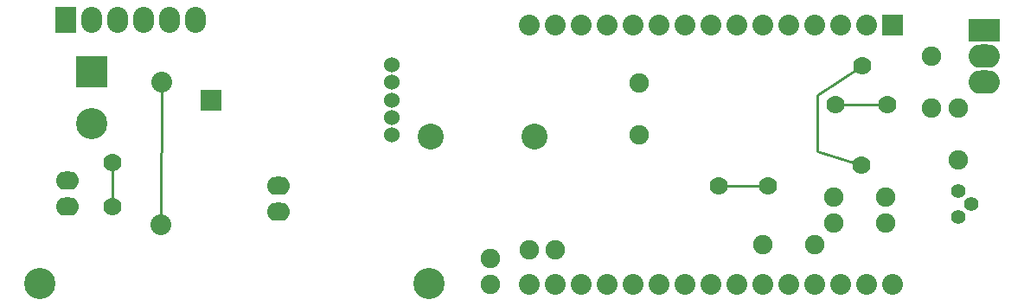
<source format=gtl>
%FSTAX24Y24*%
%MOIN*%
%IN ServoBoardSlim.GTL *%
%ADD10C,0.0100*%
%ADD11C,0.0550*%
%ADD12C,0.0600*%
%ADD13C,0.0700*%
%ADD14C,0.0750*%
%ADD15C,0.0800*%
%ADD16C,0.1000*%
%ADD17C,0.1200*%
%ADD18O,0.0800X0.1000*%
%ADD19O,0.0900X0.0700*%
%ADD20O,0.1200X0.0900*%
%ADD21R,0.0800X0.0800*%
%ADD22R,0.0800X0.1000*%
%ADD23R,0.1200X0.0900*%
%ADD24R,0.1200X0.1200*%
D14*X018358Y002055D03*Y003055D03*X02085Y0034D03*X01985D03*D19*
X0102Y00485D03*Y00585D03*D23*X0374Y01185D03*D20*Y01085D03*Y00985D03*
D22*X002Y01225D03*D18*X003D03*X004D03*X005D03*X006D03*X007D03*D24*
X003Y01025D03*D17*Y00825D03*D19*X00205Y00505D03*Y00605D03*D16*
X01605Y00775D03*X02005D03*D21*X007585Y009163D03*D12*X014569Y007802D03*
X014576Y008481D03*X014568Y009155D03*X014567Y009843D03*
X014566Y010502D03*D21*X033858Y012055D03*D15*X024858D03*X023858D03*
X022858D03*X021858D03*X020858D03*X019858D03*Y002055D03*X020858D03*
X021858D03*X022858D03*X032858Y012055D03*X023858Y002055D03*X024858D03*
X025858D03*X026858D03*X027858D03*X028858D03*X029858D03*X030858D03*
X031858D03*X032858D03*X031858Y012055D03*X033858Y002055D03*
X030858Y012055D03*X029858D03*X028858D03*X027858D03*X026858D03*
X025858D03*D17*X016Y0021D03*X001D03*D11*X0364Y00465D03*Y00565D03*
X0369Y00515D03*D14*X024108Y007805D03*Y009805D03*X03085Y0036D03*
X02885D03*X03535Y00885D03*Y01085D03*X0364Y00685D03*Y00885D03*
X031608Y005405D03*X033608D03*X031608Y004405D03*X033608D03*D15*
X00565Y00435D03*X005709Y009843D03*D13*X03165Y009D03*X03365D03*
X0327Y0105D03*X03265Y00665D03*X02905Y00585D03*X02715D03*X0038Y00675D03*
Y00505D03*D10*X00565Y00435D02*G01X005709Y009843D01*X03165Y009D02*
X03365D01*X0327Y0105D02*X03095Y00935D01*Y0072D01*X03265Y00665D01*
X02905Y00585D02*X02715D01*X0038Y00675D02*Y00505D01*
M02*
</source>
